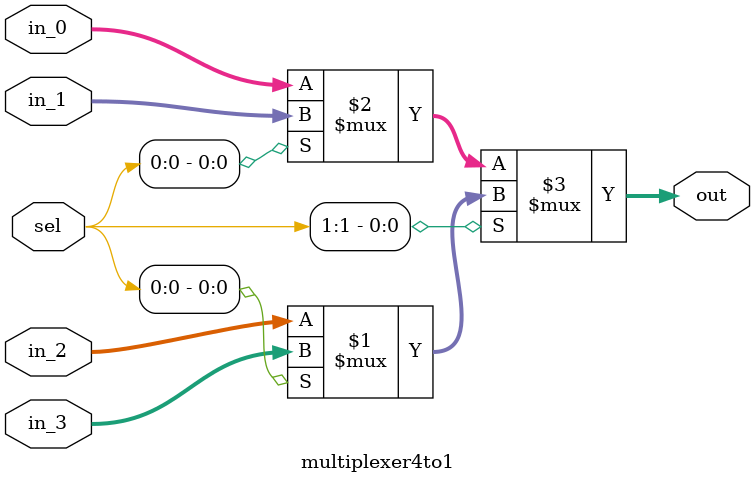
<source format=v>
module multiplexer4to1 (output[7:0] out, input[7:0] in_0, in_1, in_2, in_3, input[1:0] sel);
    assign out = (sel[1])?((sel[0])?in_3:in_2):((sel[0])?in_1:in_0);
endmodule

</source>
